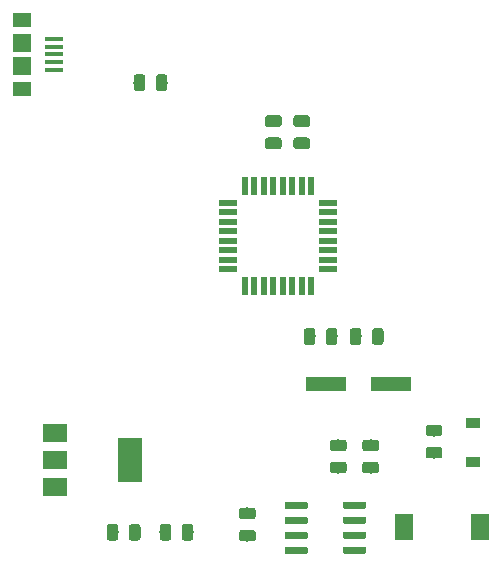
<source format=gbr>
G04 #@! TF.GenerationSoftware,KiCad,Pcbnew,(5.1.2-1)-1*
G04 #@! TF.CreationDate,2019-07-31T15:28:19-07:00*
G04 #@! TF.ProjectId,wavegenerator_v1,77617665-6765-46e6-9572-61746f725f76,rev?*
G04 #@! TF.SameCoordinates,Original*
G04 #@! TF.FileFunction,Paste,Top*
G04 #@! TF.FilePolarity,Positive*
%FSLAX46Y46*%
G04 Gerber Fmt 4.6, Leading zero omitted, Abs format (unit mm)*
G04 Created by KiCad (PCBNEW (5.1.2-1)-1) date 2019-07-31 15:28:19*
%MOMM*%
%LPD*%
G04 APERTURE LIST*
%ADD10R,3.500000X1.200000*%
%ADD11R,1.500000X2.200000*%
%ADD12R,1.200000X0.900000*%
%ADD13C,0.100000*%
%ADD14C,0.975000*%
%ADD15R,2.000000X1.500000*%
%ADD16R,2.000000X3.800000*%
%ADD17C,0.600000*%
%ADD18R,0.550000X1.600000*%
%ADD19R,1.600000X0.550000*%
%ADD20R,1.650000X1.500000*%
%ADD21R,1.650000X0.400000*%
%ADD22R,1.650000X1.200000*%
G04 APERTURE END LIST*
D10*
X72750000Y-84400000D03*
X78250000Y-84400000D03*
D11*
X85800800Y-96570800D03*
X79400800Y-96570800D03*
D12*
X85200000Y-87750000D03*
X85200000Y-91050000D03*
D13*
G36*
X74280142Y-89136174D02*
G01*
X74303803Y-89139684D01*
X74327007Y-89145496D01*
X74349529Y-89153554D01*
X74371153Y-89163782D01*
X74391670Y-89176079D01*
X74410883Y-89190329D01*
X74428607Y-89206393D01*
X74444671Y-89224117D01*
X74458921Y-89243330D01*
X74471218Y-89263847D01*
X74481446Y-89285471D01*
X74489504Y-89307993D01*
X74495316Y-89331197D01*
X74498826Y-89354858D01*
X74500000Y-89378750D01*
X74500000Y-89866250D01*
X74498826Y-89890142D01*
X74495316Y-89913803D01*
X74489504Y-89937007D01*
X74481446Y-89959529D01*
X74471218Y-89981153D01*
X74458921Y-90001670D01*
X74444671Y-90020883D01*
X74428607Y-90038607D01*
X74410883Y-90054671D01*
X74391670Y-90068921D01*
X74371153Y-90081218D01*
X74349529Y-90091446D01*
X74327007Y-90099504D01*
X74303803Y-90105316D01*
X74280142Y-90108826D01*
X74256250Y-90110000D01*
X73343750Y-90110000D01*
X73319858Y-90108826D01*
X73296197Y-90105316D01*
X73272993Y-90099504D01*
X73250471Y-90091446D01*
X73228847Y-90081218D01*
X73208330Y-90068921D01*
X73189117Y-90054671D01*
X73171393Y-90038607D01*
X73155329Y-90020883D01*
X73141079Y-90001670D01*
X73128782Y-89981153D01*
X73118554Y-89959529D01*
X73110496Y-89937007D01*
X73104684Y-89913803D01*
X73101174Y-89890142D01*
X73100000Y-89866250D01*
X73100000Y-89378750D01*
X73101174Y-89354858D01*
X73104684Y-89331197D01*
X73110496Y-89307993D01*
X73118554Y-89285471D01*
X73128782Y-89263847D01*
X73141079Y-89243330D01*
X73155329Y-89224117D01*
X73171393Y-89206393D01*
X73189117Y-89190329D01*
X73208330Y-89176079D01*
X73228847Y-89163782D01*
X73250471Y-89153554D01*
X73272993Y-89145496D01*
X73296197Y-89139684D01*
X73319858Y-89136174D01*
X73343750Y-89135000D01*
X74256250Y-89135000D01*
X74280142Y-89136174D01*
X74280142Y-89136174D01*
G37*
D14*
X73800000Y-89622500D03*
D13*
G36*
X74280142Y-91011174D02*
G01*
X74303803Y-91014684D01*
X74327007Y-91020496D01*
X74349529Y-91028554D01*
X74371153Y-91038782D01*
X74391670Y-91051079D01*
X74410883Y-91065329D01*
X74428607Y-91081393D01*
X74444671Y-91099117D01*
X74458921Y-91118330D01*
X74471218Y-91138847D01*
X74481446Y-91160471D01*
X74489504Y-91182993D01*
X74495316Y-91206197D01*
X74498826Y-91229858D01*
X74500000Y-91253750D01*
X74500000Y-91741250D01*
X74498826Y-91765142D01*
X74495316Y-91788803D01*
X74489504Y-91812007D01*
X74481446Y-91834529D01*
X74471218Y-91856153D01*
X74458921Y-91876670D01*
X74444671Y-91895883D01*
X74428607Y-91913607D01*
X74410883Y-91929671D01*
X74391670Y-91943921D01*
X74371153Y-91956218D01*
X74349529Y-91966446D01*
X74327007Y-91974504D01*
X74303803Y-91980316D01*
X74280142Y-91983826D01*
X74256250Y-91985000D01*
X73343750Y-91985000D01*
X73319858Y-91983826D01*
X73296197Y-91980316D01*
X73272993Y-91974504D01*
X73250471Y-91966446D01*
X73228847Y-91956218D01*
X73208330Y-91943921D01*
X73189117Y-91929671D01*
X73171393Y-91913607D01*
X73155329Y-91895883D01*
X73141079Y-91876670D01*
X73128782Y-91856153D01*
X73118554Y-91834529D01*
X73110496Y-91812007D01*
X73104684Y-91788803D01*
X73101174Y-91765142D01*
X73100000Y-91741250D01*
X73100000Y-91253750D01*
X73101174Y-91229858D01*
X73104684Y-91206197D01*
X73110496Y-91182993D01*
X73118554Y-91160471D01*
X73128782Y-91138847D01*
X73141079Y-91118330D01*
X73155329Y-91099117D01*
X73171393Y-91081393D01*
X73189117Y-91065329D01*
X73208330Y-91051079D01*
X73228847Y-91038782D01*
X73250471Y-91028554D01*
X73272993Y-91020496D01*
X73296197Y-91014684D01*
X73319858Y-91011174D01*
X73343750Y-91010000D01*
X74256250Y-91010000D01*
X74280142Y-91011174D01*
X74280142Y-91011174D01*
G37*
D14*
X73800000Y-91497500D03*
D13*
G36*
X77008542Y-89136174D02*
G01*
X77032203Y-89139684D01*
X77055407Y-89145496D01*
X77077929Y-89153554D01*
X77099553Y-89163782D01*
X77120070Y-89176079D01*
X77139283Y-89190329D01*
X77157007Y-89206393D01*
X77173071Y-89224117D01*
X77187321Y-89243330D01*
X77199618Y-89263847D01*
X77209846Y-89285471D01*
X77217904Y-89307993D01*
X77223716Y-89331197D01*
X77227226Y-89354858D01*
X77228400Y-89378750D01*
X77228400Y-89866250D01*
X77227226Y-89890142D01*
X77223716Y-89913803D01*
X77217904Y-89937007D01*
X77209846Y-89959529D01*
X77199618Y-89981153D01*
X77187321Y-90001670D01*
X77173071Y-90020883D01*
X77157007Y-90038607D01*
X77139283Y-90054671D01*
X77120070Y-90068921D01*
X77099553Y-90081218D01*
X77077929Y-90091446D01*
X77055407Y-90099504D01*
X77032203Y-90105316D01*
X77008542Y-90108826D01*
X76984650Y-90110000D01*
X76072150Y-90110000D01*
X76048258Y-90108826D01*
X76024597Y-90105316D01*
X76001393Y-90099504D01*
X75978871Y-90091446D01*
X75957247Y-90081218D01*
X75936730Y-90068921D01*
X75917517Y-90054671D01*
X75899793Y-90038607D01*
X75883729Y-90020883D01*
X75869479Y-90001670D01*
X75857182Y-89981153D01*
X75846954Y-89959529D01*
X75838896Y-89937007D01*
X75833084Y-89913803D01*
X75829574Y-89890142D01*
X75828400Y-89866250D01*
X75828400Y-89378750D01*
X75829574Y-89354858D01*
X75833084Y-89331197D01*
X75838896Y-89307993D01*
X75846954Y-89285471D01*
X75857182Y-89263847D01*
X75869479Y-89243330D01*
X75883729Y-89224117D01*
X75899793Y-89206393D01*
X75917517Y-89190329D01*
X75936730Y-89176079D01*
X75957247Y-89163782D01*
X75978871Y-89153554D01*
X76001393Y-89145496D01*
X76024597Y-89139684D01*
X76048258Y-89136174D01*
X76072150Y-89135000D01*
X76984650Y-89135000D01*
X77008542Y-89136174D01*
X77008542Y-89136174D01*
G37*
D14*
X76528400Y-89622500D03*
D13*
G36*
X77008542Y-91011174D02*
G01*
X77032203Y-91014684D01*
X77055407Y-91020496D01*
X77077929Y-91028554D01*
X77099553Y-91038782D01*
X77120070Y-91051079D01*
X77139283Y-91065329D01*
X77157007Y-91081393D01*
X77173071Y-91099117D01*
X77187321Y-91118330D01*
X77199618Y-91138847D01*
X77209846Y-91160471D01*
X77217904Y-91182993D01*
X77223716Y-91206197D01*
X77227226Y-91229858D01*
X77228400Y-91253750D01*
X77228400Y-91741250D01*
X77227226Y-91765142D01*
X77223716Y-91788803D01*
X77217904Y-91812007D01*
X77209846Y-91834529D01*
X77199618Y-91856153D01*
X77187321Y-91876670D01*
X77173071Y-91895883D01*
X77157007Y-91913607D01*
X77139283Y-91929671D01*
X77120070Y-91943921D01*
X77099553Y-91956218D01*
X77077929Y-91966446D01*
X77055407Y-91974504D01*
X77032203Y-91980316D01*
X77008542Y-91983826D01*
X76984650Y-91985000D01*
X76072150Y-91985000D01*
X76048258Y-91983826D01*
X76024597Y-91980316D01*
X76001393Y-91974504D01*
X75978871Y-91966446D01*
X75957247Y-91956218D01*
X75936730Y-91943921D01*
X75917517Y-91929671D01*
X75899793Y-91913607D01*
X75883729Y-91895883D01*
X75869479Y-91876670D01*
X75857182Y-91856153D01*
X75846954Y-91834529D01*
X75838896Y-91812007D01*
X75833084Y-91788803D01*
X75829574Y-91765142D01*
X75828400Y-91741250D01*
X75828400Y-91253750D01*
X75829574Y-91229858D01*
X75833084Y-91206197D01*
X75838896Y-91182993D01*
X75846954Y-91160471D01*
X75857182Y-91138847D01*
X75869479Y-91118330D01*
X75883729Y-91099117D01*
X75899793Y-91081393D01*
X75917517Y-91065329D01*
X75936730Y-91051079D01*
X75957247Y-91038782D01*
X75978871Y-91028554D01*
X76001393Y-91020496D01*
X76024597Y-91014684D01*
X76048258Y-91011174D01*
X76072150Y-91010000D01*
X76984650Y-91010000D01*
X77008542Y-91011174D01*
X77008542Y-91011174D01*
G37*
D14*
X76528400Y-91497500D03*
D13*
G36*
X59426542Y-96278374D02*
G01*
X59450203Y-96281884D01*
X59473407Y-96287696D01*
X59495929Y-96295754D01*
X59517553Y-96305982D01*
X59538070Y-96318279D01*
X59557283Y-96332529D01*
X59575007Y-96348593D01*
X59591071Y-96366317D01*
X59605321Y-96385530D01*
X59617618Y-96406047D01*
X59627846Y-96427671D01*
X59635904Y-96450193D01*
X59641716Y-96473397D01*
X59645226Y-96497058D01*
X59646400Y-96520950D01*
X59646400Y-97433450D01*
X59645226Y-97457342D01*
X59641716Y-97481003D01*
X59635904Y-97504207D01*
X59627846Y-97526729D01*
X59617618Y-97548353D01*
X59605321Y-97568870D01*
X59591071Y-97588083D01*
X59575007Y-97605807D01*
X59557283Y-97621871D01*
X59538070Y-97636121D01*
X59517553Y-97648418D01*
X59495929Y-97658646D01*
X59473407Y-97666704D01*
X59450203Y-97672516D01*
X59426542Y-97676026D01*
X59402650Y-97677200D01*
X58915150Y-97677200D01*
X58891258Y-97676026D01*
X58867597Y-97672516D01*
X58844393Y-97666704D01*
X58821871Y-97658646D01*
X58800247Y-97648418D01*
X58779730Y-97636121D01*
X58760517Y-97621871D01*
X58742793Y-97605807D01*
X58726729Y-97588083D01*
X58712479Y-97568870D01*
X58700182Y-97548353D01*
X58689954Y-97526729D01*
X58681896Y-97504207D01*
X58676084Y-97481003D01*
X58672574Y-97457342D01*
X58671400Y-97433450D01*
X58671400Y-96520950D01*
X58672574Y-96497058D01*
X58676084Y-96473397D01*
X58681896Y-96450193D01*
X58689954Y-96427671D01*
X58700182Y-96406047D01*
X58712479Y-96385530D01*
X58726729Y-96366317D01*
X58742793Y-96348593D01*
X58760517Y-96332529D01*
X58779730Y-96318279D01*
X58800247Y-96305982D01*
X58821871Y-96295754D01*
X58844393Y-96287696D01*
X58867597Y-96281884D01*
X58891258Y-96278374D01*
X58915150Y-96277200D01*
X59402650Y-96277200D01*
X59426542Y-96278374D01*
X59426542Y-96278374D01*
G37*
D14*
X59158900Y-96977200D03*
D13*
G36*
X61301542Y-96278374D02*
G01*
X61325203Y-96281884D01*
X61348407Y-96287696D01*
X61370929Y-96295754D01*
X61392553Y-96305982D01*
X61413070Y-96318279D01*
X61432283Y-96332529D01*
X61450007Y-96348593D01*
X61466071Y-96366317D01*
X61480321Y-96385530D01*
X61492618Y-96406047D01*
X61502846Y-96427671D01*
X61510904Y-96450193D01*
X61516716Y-96473397D01*
X61520226Y-96497058D01*
X61521400Y-96520950D01*
X61521400Y-97433450D01*
X61520226Y-97457342D01*
X61516716Y-97481003D01*
X61510904Y-97504207D01*
X61502846Y-97526729D01*
X61492618Y-97548353D01*
X61480321Y-97568870D01*
X61466071Y-97588083D01*
X61450007Y-97605807D01*
X61432283Y-97621871D01*
X61413070Y-97636121D01*
X61392553Y-97648418D01*
X61370929Y-97658646D01*
X61348407Y-97666704D01*
X61325203Y-97672516D01*
X61301542Y-97676026D01*
X61277650Y-97677200D01*
X60790150Y-97677200D01*
X60766258Y-97676026D01*
X60742597Y-97672516D01*
X60719393Y-97666704D01*
X60696871Y-97658646D01*
X60675247Y-97648418D01*
X60654730Y-97636121D01*
X60635517Y-97621871D01*
X60617793Y-97605807D01*
X60601729Y-97588083D01*
X60587479Y-97568870D01*
X60575182Y-97548353D01*
X60564954Y-97526729D01*
X60556896Y-97504207D01*
X60551084Y-97481003D01*
X60547574Y-97457342D01*
X60546400Y-97433450D01*
X60546400Y-96520950D01*
X60547574Y-96497058D01*
X60551084Y-96473397D01*
X60556896Y-96450193D01*
X60564954Y-96427671D01*
X60575182Y-96406047D01*
X60587479Y-96385530D01*
X60601729Y-96366317D01*
X60617793Y-96348593D01*
X60635517Y-96332529D01*
X60654730Y-96318279D01*
X60675247Y-96305982D01*
X60696871Y-96295754D01*
X60719393Y-96287696D01*
X60742597Y-96281884D01*
X60766258Y-96278374D01*
X60790150Y-96277200D01*
X61277650Y-96277200D01*
X61301542Y-96278374D01*
X61301542Y-96278374D01*
G37*
D14*
X61033900Y-96977200D03*
D13*
G36*
X56831142Y-96278374D02*
G01*
X56854803Y-96281884D01*
X56878007Y-96287696D01*
X56900529Y-96295754D01*
X56922153Y-96305982D01*
X56942670Y-96318279D01*
X56961883Y-96332529D01*
X56979607Y-96348593D01*
X56995671Y-96366317D01*
X57009921Y-96385530D01*
X57022218Y-96406047D01*
X57032446Y-96427671D01*
X57040504Y-96450193D01*
X57046316Y-96473397D01*
X57049826Y-96497058D01*
X57051000Y-96520950D01*
X57051000Y-97433450D01*
X57049826Y-97457342D01*
X57046316Y-97481003D01*
X57040504Y-97504207D01*
X57032446Y-97526729D01*
X57022218Y-97548353D01*
X57009921Y-97568870D01*
X56995671Y-97588083D01*
X56979607Y-97605807D01*
X56961883Y-97621871D01*
X56942670Y-97636121D01*
X56922153Y-97648418D01*
X56900529Y-97658646D01*
X56878007Y-97666704D01*
X56854803Y-97672516D01*
X56831142Y-97676026D01*
X56807250Y-97677200D01*
X56319750Y-97677200D01*
X56295858Y-97676026D01*
X56272197Y-97672516D01*
X56248993Y-97666704D01*
X56226471Y-97658646D01*
X56204847Y-97648418D01*
X56184330Y-97636121D01*
X56165117Y-97621871D01*
X56147393Y-97605807D01*
X56131329Y-97588083D01*
X56117079Y-97568870D01*
X56104782Y-97548353D01*
X56094554Y-97526729D01*
X56086496Y-97504207D01*
X56080684Y-97481003D01*
X56077174Y-97457342D01*
X56076000Y-97433450D01*
X56076000Y-96520950D01*
X56077174Y-96497058D01*
X56080684Y-96473397D01*
X56086496Y-96450193D01*
X56094554Y-96427671D01*
X56104782Y-96406047D01*
X56117079Y-96385530D01*
X56131329Y-96366317D01*
X56147393Y-96348593D01*
X56165117Y-96332529D01*
X56184330Y-96318279D01*
X56204847Y-96305982D01*
X56226471Y-96295754D01*
X56248993Y-96287696D01*
X56272197Y-96281884D01*
X56295858Y-96278374D01*
X56319750Y-96277200D01*
X56807250Y-96277200D01*
X56831142Y-96278374D01*
X56831142Y-96278374D01*
G37*
D14*
X56563500Y-96977200D03*
D13*
G36*
X54956142Y-96278374D02*
G01*
X54979803Y-96281884D01*
X55003007Y-96287696D01*
X55025529Y-96295754D01*
X55047153Y-96305982D01*
X55067670Y-96318279D01*
X55086883Y-96332529D01*
X55104607Y-96348593D01*
X55120671Y-96366317D01*
X55134921Y-96385530D01*
X55147218Y-96406047D01*
X55157446Y-96427671D01*
X55165504Y-96450193D01*
X55171316Y-96473397D01*
X55174826Y-96497058D01*
X55176000Y-96520950D01*
X55176000Y-97433450D01*
X55174826Y-97457342D01*
X55171316Y-97481003D01*
X55165504Y-97504207D01*
X55157446Y-97526729D01*
X55147218Y-97548353D01*
X55134921Y-97568870D01*
X55120671Y-97588083D01*
X55104607Y-97605807D01*
X55086883Y-97621871D01*
X55067670Y-97636121D01*
X55047153Y-97648418D01*
X55025529Y-97658646D01*
X55003007Y-97666704D01*
X54979803Y-97672516D01*
X54956142Y-97676026D01*
X54932250Y-97677200D01*
X54444750Y-97677200D01*
X54420858Y-97676026D01*
X54397197Y-97672516D01*
X54373993Y-97666704D01*
X54351471Y-97658646D01*
X54329847Y-97648418D01*
X54309330Y-97636121D01*
X54290117Y-97621871D01*
X54272393Y-97605807D01*
X54256329Y-97588083D01*
X54242079Y-97568870D01*
X54229782Y-97548353D01*
X54219554Y-97526729D01*
X54211496Y-97504207D01*
X54205684Y-97481003D01*
X54202174Y-97457342D01*
X54201000Y-97433450D01*
X54201000Y-96520950D01*
X54202174Y-96497058D01*
X54205684Y-96473397D01*
X54211496Y-96450193D01*
X54219554Y-96427671D01*
X54229782Y-96406047D01*
X54242079Y-96385530D01*
X54256329Y-96366317D01*
X54272393Y-96348593D01*
X54290117Y-96332529D01*
X54309330Y-96318279D01*
X54329847Y-96305982D01*
X54351471Y-96295754D01*
X54373993Y-96287696D01*
X54397197Y-96281884D01*
X54420858Y-96278374D01*
X54444750Y-96277200D01*
X54932250Y-96277200D01*
X54956142Y-96278374D01*
X54956142Y-96278374D01*
G37*
D14*
X54688500Y-96977200D03*
D13*
G36*
X68780142Y-61676174D02*
G01*
X68803803Y-61679684D01*
X68827007Y-61685496D01*
X68849529Y-61693554D01*
X68871153Y-61703782D01*
X68891670Y-61716079D01*
X68910883Y-61730329D01*
X68928607Y-61746393D01*
X68944671Y-61764117D01*
X68958921Y-61783330D01*
X68971218Y-61803847D01*
X68981446Y-61825471D01*
X68989504Y-61847993D01*
X68995316Y-61871197D01*
X68998826Y-61894858D01*
X69000000Y-61918750D01*
X69000000Y-62406250D01*
X68998826Y-62430142D01*
X68995316Y-62453803D01*
X68989504Y-62477007D01*
X68981446Y-62499529D01*
X68971218Y-62521153D01*
X68958921Y-62541670D01*
X68944671Y-62560883D01*
X68928607Y-62578607D01*
X68910883Y-62594671D01*
X68891670Y-62608921D01*
X68871153Y-62621218D01*
X68849529Y-62631446D01*
X68827007Y-62639504D01*
X68803803Y-62645316D01*
X68780142Y-62648826D01*
X68756250Y-62650000D01*
X67843750Y-62650000D01*
X67819858Y-62648826D01*
X67796197Y-62645316D01*
X67772993Y-62639504D01*
X67750471Y-62631446D01*
X67728847Y-62621218D01*
X67708330Y-62608921D01*
X67689117Y-62594671D01*
X67671393Y-62578607D01*
X67655329Y-62560883D01*
X67641079Y-62541670D01*
X67628782Y-62521153D01*
X67618554Y-62499529D01*
X67610496Y-62477007D01*
X67604684Y-62453803D01*
X67601174Y-62430142D01*
X67600000Y-62406250D01*
X67600000Y-61918750D01*
X67601174Y-61894858D01*
X67604684Y-61871197D01*
X67610496Y-61847993D01*
X67618554Y-61825471D01*
X67628782Y-61803847D01*
X67641079Y-61783330D01*
X67655329Y-61764117D01*
X67671393Y-61746393D01*
X67689117Y-61730329D01*
X67708330Y-61716079D01*
X67728847Y-61703782D01*
X67750471Y-61693554D01*
X67772993Y-61685496D01*
X67796197Y-61679684D01*
X67819858Y-61676174D01*
X67843750Y-61675000D01*
X68756250Y-61675000D01*
X68780142Y-61676174D01*
X68780142Y-61676174D01*
G37*
D14*
X68300000Y-62162500D03*
D13*
G36*
X68780142Y-63551174D02*
G01*
X68803803Y-63554684D01*
X68827007Y-63560496D01*
X68849529Y-63568554D01*
X68871153Y-63578782D01*
X68891670Y-63591079D01*
X68910883Y-63605329D01*
X68928607Y-63621393D01*
X68944671Y-63639117D01*
X68958921Y-63658330D01*
X68971218Y-63678847D01*
X68981446Y-63700471D01*
X68989504Y-63722993D01*
X68995316Y-63746197D01*
X68998826Y-63769858D01*
X69000000Y-63793750D01*
X69000000Y-64281250D01*
X68998826Y-64305142D01*
X68995316Y-64328803D01*
X68989504Y-64352007D01*
X68981446Y-64374529D01*
X68971218Y-64396153D01*
X68958921Y-64416670D01*
X68944671Y-64435883D01*
X68928607Y-64453607D01*
X68910883Y-64469671D01*
X68891670Y-64483921D01*
X68871153Y-64496218D01*
X68849529Y-64506446D01*
X68827007Y-64514504D01*
X68803803Y-64520316D01*
X68780142Y-64523826D01*
X68756250Y-64525000D01*
X67843750Y-64525000D01*
X67819858Y-64523826D01*
X67796197Y-64520316D01*
X67772993Y-64514504D01*
X67750471Y-64506446D01*
X67728847Y-64496218D01*
X67708330Y-64483921D01*
X67689117Y-64469671D01*
X67671393Y-64453607D01*
X67655329Y-64435883D01*
X67641079Y-64416670D01*
X67628782Y-64396153D01*
X67618554Y-64374529D01*
X67610496Y-64352007D01*
X67604684Y-64328803D01*
X67601174Y-64305142D01*
X67600000Y-64281250D01*
X67600000Y-63793750D01*
X67601174Y-63769858D01*
X67604684Y-63746197D01*
X67610496Y-63722993D01*
X67618554Y-63700471D01*
X67628782Y-63678847D01*
X67641079Y-63658330D01*
X67655329Y-63639117D01*
X67671393Y-63621393D01*
X67689117Y-63605329D01*
X67708330Y-63591079D01*
X67728847Y-63578782D01*
X67750471Y-63568554D01*
X67772993Y-63560496D01*
X67796197Y-63554684D01*
X67819858Y-63551174D01*
X67843750Y-63550000D01*
X68756250Y-63550000D01*
X68780142Y-63551174D01*
X68780142Y-63551174D01*
G37*
D14*
X68300000Y-64037500D03*
D13*
G36*
X66585342Y-94896974D02*
G01*
X66609003Y-94900484D01*
X66632207Y-94906296D01*
X66654729Y-94914354D01*
X66676353Y-94924582D01*
X66696870Y-94936879D01*
X66716083Y-94951129D01*
X66733807Y-94967193D01*
X66749871Y-94984917D01*
X66764121Y-95004130D01*
X66776418Y-95024647D01*
X66786646Y-95046271D01*
X66794704Y-95068793D01*
X66800516Y-95091997D01*
X66804026Y-95115658D01*
X66805200Y-95139550D01*
X66805200Y-95627050D01*
X66804026Y-95650942D01*
X66800516Y-95674603D01*
X66794704Y-95697807D01*
X66786646Y-95720329D01*
X66776418Y-95741953D01*
X66764121Y-95762470D01*
X66749871Y-95781683D01*
X66733807Y-95799407D01*
X66716083Y-95815471D01*
X66696870Y-95829721D01*
X66676353Y-95842018D01*
X66654729Y-95852246D01*
X66632207Y-95860304D01*
X66609003Y-95866116D01*
X66585342Y-95869626D01*
X66561450Y-95870800D01*
X65648950Y-95870800D01*
X65625058Y-95869626D01*
X65601397Y-95866116D01*
X65578193Y-95860304D01*
X65555671Y-95852246D01*
X65534047Y-95842018D01*
X65513530Y-95829721D01*
X65494317Y-95815471D01*
X65476593Y-95799407D01*
X65460529Y-95781683D01*
X65446279Y-95762470D01*
X65433982Y-95741953D01*
X65423754Y-95720329D01*
X65415696Y-95697807D01*
X65409884Y-95674603D01*
X65406374Y-95650942D01*
X65405200Y-95627050D01*
X65405200Y-95139550D01*
X65406374Y-95115658D01*
X65409884Y-95091997D01*
X65415696Y-95068793D01*
X65423754Y-95046271D01*
X65433982Y-95024647D01*
X65446279Y-95004130D01*
X65460529Y-94984917D01*
X65476593Y-94967193D01*
X65494317Y-94951129D01*
X65513530Y-94936879D01*
X65534047Y-94924582D01*
X65555671Y-94914354D01*
X65578193Y-94906296D01*
X65601397Y-94900484D01*
X65625058Y-94896974D01*
X65648950Y-94895800D01*
X66561450Y-94895800D01*
X66585342Y-94896974D01*
X66585342Y-94896974D01*
G37*
D14*
X66105200Y-95383300D03*
D13*
G36*
X66585342Y-96771974D02*
G01*
X66609003Y-96775484D01*
X66632207Y-96781296D01*
X66654729Y-96789354D01*
X66676353Y-96799582D01*
X66696870Y-96811879D01*
X66716083Y-96826129D01*
X66733807Y-96842193D01*
X66749871Y-96859917D01*
X66764121Y-96879130D01*
X66776418Y-96899647D01*
X66786646Y-96921271D01*
X66794704Y-96943793D01*
X66800516Y-96966997D01*
X66804026Y-96990658D01*
X66805200Y-97014550D01*
X66805200Y-97502050D01*
X66804026Y-97525942D01*
X66800516Y-97549603D01*
X66794704Y-97572807D01*
X66786646Y-97595329D01*
X66776418Y-97616953D01*
X66764121Y-97637470D01*
X66749871Y-97656683D01*
X66733807Y-97674407D01*
X66716083Y-97690471D01*
X66696870Y-97704721D01*
X66676353Y-97717018D01*
X66654729Y-97727246D01*
X66632207Y-97735304D01*
X66609003Y-97741116D01*
X66585342Y-97744626D01*
X66561450Y-97745800D01*
X65648950Y-97745800D01*
X65625058Y-97744626D01*
X65601397Y-97741116D01*
X65578193Y-97735304D01*
X65555671Y-97727246D01*
X65534047Y-97717018D01*
X65513530Y-97704721D01*
X65494317Y-97690471D01*
X65476593Y-97674407D01*
X65460529Y-97656683D01*
X65446279Y-97637470D01*
X65433982Y-97616953D01*
X65423754Y-97595329D01*
X65415696Y-97572807D01*
X65409884Y-97549603D01*
X65406374Y-97525942D01*
X65405200Y-97502050D01*
X65405200Y-97014550D01*
X65406374Y-96990658D01*
X65409884Y-96966997D01*
X65415696Y-96943793D01*
X65423754Y-96921271D01*
X65433982Y-96899647D01*
X65446279Y-96879130D01*
X65460529Y-96859917D01*
X65476593Y-96842193D01*
X65494317Y-96826129D01*
X65513530Y-96811879D01*
X65534047Y-96799582D01*
X65555671Y-96789354D01*
X65578193Y-96781296D01*
X65601397Y-96775484D01*
X65625058Y-96771974D01*
X65648950Y-96770800D01*
X66561450Y-96770800D01*
X66585342Y-96771974D01*
X66585342Y-96771974D01*
G37*
D14*
X66105200Y-97258300D03*
D13*
G36*
X57230142Y-58201174D02*
G01*
X57253803Y-58204684D01*
X57277007Y-58210496D01*
X57299529Y-58218554D01*
X57321153Y-58228782D01*
X57341670Y-58241079D01*
X57360883Y-58255329D01*
X57378607Y-58271393D01*
X57394671Y-58289117D01*
X57408921Y-58308330D01*
X57421218Y-58328847D01*
X57431446Y-58350471D01*
X57439504Y-58372993D01*
X57445316Y-58396197D01*
X57448826Y-58419858D01*
X57450000Y-58443750D01*
X57450000Y-59356250D01*
X57448826Y-59380142D01*
X57445316Y-59403803D01*
X57439504Y-59427007D01*
X57431446Y-59449529D01*
X57421218Y-59471153D01*
X57408921Y-59491670D01*
X57394671Y-59510883D01*
X57378607Y-59528607D01*
X57360883Y-59544671D01*
X57341670Y-59558921D01*
X57321153Y-59571218D01*
X57299529Y-59581446D01*
X57277007Y-59589504D01*
X57253803Y-59595316D01*
X57230142Y-59598826D01*
X57206250Y-59600000D01*
X56718750Y-59600000D01*
X56694858Y-59598826D01*
X56671197Y-59595316D01*
X56647993Y-59589504D01*
X56625471Y-59581446D01*
X56603847Y-59571218D01*
X56583330Y-59558921D01*
X56564117Y-59544671D01*
X56546393Y-59528607D01*
X56530329Y-59510883D01*
X56516079Y-59491670D01*
X56503782Y-59471153D01*
X56493554Y-59449529D01*
X56485496Y-59427007D01*
X56479684Y-59403803D01*
X56476174Y-59380142D01*
X56475000Y-59356250D01*
X56475000Y-58443750D01*
X56476174Y-58419858D01*
X56479684Y-58396197D01*
X56485496Y-58372993D01*
X56493554Y-58350471D01*
X56503782Y-58328847D01*
X56516079Y-58308330D01*
X56530329Y-58289117D01*
X56546393Y-58271393D01*
X56564117Y-58255329D01*
X56583330Y-58241079D01*
X56603847Y-58228782D01*
X56625471Y-58218554D01*
X56647993Y-58210496D01*
X56671197Y-58204684D01*
X56694858Y-58201174D01*
X56718750Y-58200000D01*
X57206250Y-58200000D01*
X57230142Y-58201174D01*
X57230142Y-58201174D01*
G37*
D14*
X56962500Y-58900000D03*
D13*
G36*
X59105142Y-58201174D02*
G01*
X59128803Y-58204684D01*
X59152007Y-58210496D01*
X59174529Y-58218554D01*
X59196153Y-58228782D01*
X59216670Y-58241079D01*
X59235883Y-58255329D01*
X59253607Y-58271393D01*
X59269671Y-58289117D01*
X59283921Y-58308330D01*
X59296218Y-58328847D01*
X59306446Y-58350471D01*
X59314504Y-58372993D01*
X59320316Y-58396197D01*
X59323826Y-58419858D01*
X59325000Y-58443750D01*
X59325000Y-59356250D01*
X59323826Y-59380142D01*
X59320316Y-59403803D01*
X59314504Y-59427007D01*
X59306446Y-59449529D01*
X59296218Y-59471153D01*
X59283921Y-59491670D01*
X59269671Y-59510883D01*
X59253607Y-59528607D01*
X59235883Y-59544671D01*
X59216670Y-59558921D01*
X59196153Y-59571218D01*
X59174529Y-59581446D01*
X59152007Y-59589504D01*
X59128803Y-59595316D01*
X59105142Y-59598826D01*
X59081250Y-59600000D01*
X58593750Y-59600000D01*
X58569858Y-59598826D01*
X58546197Y-59595316D01*
X58522993Y-59589504D01*
X58500471Y-59581446D01*
X58478847Y-59571218D01*
X58458330Y-59558921D01*
X58439117Y-59544671D01*
X58421393Y-59528607D01*
X58405329Y-59510883D01*
X58391079Y-59491670D01*
X58378782Y-59471153D01*
X58368554Y-59449529D01*
X58360496Y-59427007D01*
X58354684Y-59403803D01*
X58351174Y-59380142D01*
X58350000Y-59356250D01*
X58350000Y-58443750D01*
X58351174Y-58419858D01*
X58354684Y-58396197D01*
X58360496Y-58372993D01*
X58368554Y-58350471D01*
X58378782Y-58328847D01*
X58391079Y-58308330D01*
X58405329Y-58289117D01*
X58421393Y-58271393D01*
X58439117Y-58255329D01*
X58458330Y-58241079D01*
X58478847Y-58228782D01*
X58500471Y-58218554D01*
X58522993Y-58210496D01*
X58546197Y-58204684D01*
X58569858Y-58201174D01*
X58593750Y-58200000D01*
X59081250Y-58200000D01*
X59105142Y-58201174D01*
X59105142Y-58201174D01*
G37*
D14*
X58837500Y-58900000D03*
D13*
G36*
X82380142Y-87876174D02*
G01*
X82403803Y-87879684D01*
X82427007Y-87885496D01*
X82449529Y-87893554D01*
X82471153Y-87903782D01*
X82491670Y-87916079D01*
X82510883Y-87930329D01*
X82528607Y-87946393D01*
X82544671Y-87964117D01*
X82558921Y-87983330D01*
X82571218Y-88003847D01*
X82581446Y-88025471D01*
X82589504Y-88047993D01*
X82595316Y-88071197D01*
X82598826Y-88094858D01*
X82600000Y-88118750D01*
X82600000Y-88606250D01*
X82598826Y-88630142D01*
X82595316Y-88653803D01*
X82589504Y-88677007D01*
X82581446Y-88699529D01*
X82571218Y-88721153D01*
X82558921Y-88741670D01*
X82544671Y-88760883D01*
X82528607Y-88778607D01*
X82510883Y-88794671D01*
X82491670Y-88808921D01*
X82471153Y-88821218D01*
X82449529Y-88831446D01*
X82427007Y-88839504D01*
X82403803Y-88845316D01*
X82380142Y-88848826D01*
X82356250Y-88850000D01*
X81443750Y-88850000D01*
X81419858Y-88848826D01*
X81396197Y-88845316D01*
X81372993Y-88839504D01*
X81350471Y-88831446D01*
X81328847Y-88821218D01*
X81308330Y-88808921D01*
X81289117Y-88794671D01*
X81271393Y-88778607D01*
X81255329Y-88760883D01*
X81241079Y-88741670D01*
X81228782Y-88721153D01*
X81218554Y-88699529D01*
X81210496Y-88677007D01*
X81204684Y-88653803D01*
X81201174Y-88630142D01*
X81200000Y-88606250D01*
X81200000Y-88118750D01*
X81201174Y-88094858D01*
X81204684Y-88071197D01*
X81210496Y-88047993D01*
X81218554Y-88025471D01*
X81228782Y-88003847D01*
X81241079Y-87983330D01*
X81255329Y-87964117D01*
X81271393Y-87946393D01*
X81289117Y-87930329D01*
X81308330Y-87916079D01*
X81328847Y-87903782D01*
X81350471Y-87893554D01*
X81372993Y-87885496D01*
X81396197Y-87879684D01*
X81419858Y-87876174D01*
X81443750Y-87875000D01*
X82356250Y-87875000D01*
X82380142Y-87876174D01*
X82380142Y-87876174D01*
G37*
D14*
X81900000Y-88362500D03*
D13*
G36*
X82380142Y-89751174D02*
G01*
X82403803Y-89754684D01*
X82427007Y-89760496D01*
X82449529Y-89768554D01*
X82471153Y-89778782D01*
X82491670Y-89791079D01*
X82510883Y-89805329D01*
X82528607Y-89821393D01*
X82544671Y-89839117D01*
X82558921Y-89858330D01*
X82571218Y-89878847D01*
X82581446Y-89900471D01*
X82589504Y-89922993D01*
X82595316Y-89946197D01*
X82598826Y-89969858D01*
X82600000Y-89993750D01*
X82600000Y-90481250D01*
X82598826Y-90505142D01*
X82595316Y-90528803D01*
X82589504Y-90552007D01*
X82581446Y-90574529D01*
X82571218Y-90596153D01*
X82558921Y-90616670D01*
X82544671Y-90635883D01*
X82528607Y-90653607D01*
X82510883Y-90669671D01*
X82491670Y-90683921D01*
X82471153Y-90696218D01*
X82449529Y-90706446D01*
X82427007Y-90714504D01*
X82403803Y-90720316D01*
X82380142Y-90723826D01*
X82356250Y-90725000D01*
X81443750Y-90725000D01*
X81419858Y-90723826D01*
X81396197Y-90720316D01*
X81372993Y-90714504D01*
X81350471Y-90706446D01*
X81328847Y-90696218D01*
X81308330Y-90683921D01*
X81289117Y-90669671D01*
X81271393Y-90653607D01*
X81255329Y-90635883D01*
X81241079Y-90616670D01*
X81228782Y-90596153D01*
X81218554Y-90574529D01*
X81210496Y-90552007D01*
X81204684Y-90528803D01*
X81201174Y-90505142D01*
X81200000Y-90481250D01*
X81200000Y-89993750D01*
X81201174Y-89969858D01*
X81204684Y-89946197D01*
X81210496Y-89922993D01*
X81218554Y-89900471D01*
X81228782Y-89878847D01*
X81241079Y-89858330D01*
X81255329Y-89839117D01*
X81271393Y-89821393D01*
X81289117Y-89805329D01*
X81308330Y-89791079D01*
X81328847Y-89778782D01*
X81350471Y-89768554D01*
X81372993Y-89760496D01*
X81396197Y-89754684D01*
X81419858Y-89751174D01*
X81443750Y-89750000D01*
X82356250Y-89750000D01*
X82380142Y-89751174D01*
X82380142Y-89751174D01*
G37*
D14*
X81900000Y-90237500D03*
D13*
G36*
X77405142Y-79701174D02*
G01*
X77428803Y-79704684D01*
X77452007Y-79710496D01*
X77474529Y-79718554D01*
X77496153Y-79728782D01*
X77516670Y-79741079D01*
X77535883Y-79755329D01*
X77553607Y-79771393D01*
X77569671Y-79789117D01*
X77583921Y-79808330D01*
X77596218Y-79828847D01*
X77606446Y-79850471D01*
X77614504Y-79872993D01*
X77620316Y-79896197D01*
X77623826Y-79919858D01*
X77625000Y-79943750D01*
X77625000Y-80856250D01*
X77623826Y-80880142D01*
X77620316Y-80903803D01*
X77614504Y-80927007D01*
X77606446Y-80949529D01*
X77596218Y-80971153D01*
X77583921Y-80991670D01*
X77569671Y-81010883D01*
X77553607Y-81028607D01*
X77535883Y-81044671D01*
X77516670Y-81058921D01*
X77496153Y-81071218D01*
X77474529Y-81081446D01*
X77452007Y-81089504D01*
X77428803Y-81095316D01*
X77405142Y-81098826D01*
X77381250Y-81100000D01*
X76893750Y-81100000D01*
X76869858Y-81098826D01*
X76846197Y-81095316D01*
X76822993Y-81089504D01*
X76800471Y-81081446D01*
X76778847Y-81071218D01*
X76758330Y-81058921D01*
X76739117Y-81044671D01*
X76721393Y-81028607D01*
X76705329Y-81010883D01*
X76691079Y-80991670D01*
X76678782Y-80971153D01*
X76668554Y-80949529D01*
X76660496Y-80927007D01*
X76654684Y-80903803D01*
X76651174Y-80880142D01*
X76650000Y-80856250D01*
X76650000Y-79943750D01*
X76651174Y-79919858D01*
X76654684Y-79896197D01*
X76660496Y-79872993D01*
X76668554Y-79850471D01*
X76678782Y-79828847D01*
X76691079Y-79808330D01*
X76705329Y-79789117D01*
X76721393Y-79771393D01*
X76739117Y-79755329D01*
X76758330Y-79741079D01*
X76778847Y-79728782D01*
X76800471Y-79718554D01*
X76822993Y-79710496D01*
X76846197Y-79704684D01*
X76869858Y-79701174D01*
X76893750Y-79700000D01*
X77381250Y-79700000D01*
X77405142Y-79701174D01*
X77405142Y-79701174D01*
G37*
D14*
X77137500Y-80400000D03*
D13*
G36*
X75530142Y-79701174D02*
G01*
X75553803Y-79704684D01*
X75577007Y-79710496D01*
X75599529Y-79718554D01*
X75621153Y-79728782D01*
X75641670Y-79741079D01*
X75660883Y-79755329D01*
X75678607Y-79771393D01*
X75694671Y-79789117D01*
X75708921Y-79808330D01*
X75721218Y-79828847D01*
X75731446Y-79850471D01*
X75739504Y-79872993D01*
X75745316Y-79896197D01*
X75748826Y-79919858D01*
X75750000Y-79943750D01*
X75750000Y-80856250D01*
X75748826Y-80880142D01*
X75745316Y-80903803D01*
X75739504Y-80927007D01*
X75731446Y-80949529D01*
X75721218Y-80971153D01*
X75708921Y-80991670D01*
X75694671Y-81010883D01*
X75678607Y-81028607D01*
X75660883Y-81044671D01*
X75641670Y-81058921D01*
X75621153Y-81071218D01*
X75599529Y-81081446D01*
X75577007Y-81089504D01*
X75553803Y-81095316D01*
X75530142Y-81098826D01*
X75506250Y-81100000D01*
X75018750Y-81100000D01*
X74994858Y-81098826D01*
X74971197Y-81095316D01*
X74947993Y-81089504D01*
X74925471Y-81081446D01*
X74903847Y-81071218D01*
X74883330Y-81058921D01*
X74864117Y-81044671D01*
X74846393Y-81028607D01*
X74830329Y-81010883D01*
X74816079Y-80991670D01*
X74803782Y-80971153D01*
X74793554Y-80949529D01*
X74785496Y-80927007D01*
X74779684Y-80903803D01*
X74776174Y-80880142D01*
X74775000Y-80856250D01*
X74775000Y-79943750D01*
X74776174Y-79919858D01*
X74779684Y-79896197D01*
X74785496Y-79872993D01*
X74793554Y-79850471D01*
X74803782Y-79828847D01*
X74816079Y-79808330D01*
X74830329Y-79789117D01*
X74846393Y-79771393D01*
X74864117Y-79755329D01*
X74883330Y-79741079D01*
X74903847Y-79728782D01*
X74925471Y-79718554D01*
X74947993Y-79710496D01*
X74971197Y-79704684D01*
X74994858Y-79701174D01*
X75018750Y-79700000D01*
X75506250Y-79700000D01*
X75530142Y-79701174D01*
X75530142Y-79701174D01*
G37*
D14*
X75262500Y-80400000D03*
D13*
G36*
X73505142Y-79701174D02*
G01*
X73528803Y-79704684D01*
X73552007Y-79710496D01*
X73574529Y-79718554D01*
X73596153Y-79728782D01*
X73616670Y-79741079D01*
X73635883Y-79755329D01*
X73653607Y-79771393D01*
X73669671Y-79789117D01*
X73683921Y-79808330D01*
X73696218Y-79828847D01*
X73706446Y-79850471D01*
X73714504Y-79872993D01*
X73720316Y-79896197D01*
X73723826Y-79919858D01*
X73725000Y-79943750D01*
X73725000Y-80856250D01*
X73723826Y-80880142D01*
X73720316Y-80903803D01*
X73714504Y-80927007D01*
X73706446Y-80949529D01*
X73696218Y-80971153D01*
X73683921Y-80991670D01*
X73669671Y-81010883D01*
X73653607Y-81028607D01*
X73635883Y-81044671D01*
X73616670Y-81058921D01*
X73596153Y-81071218D01*
X73574529Y-81081446D01*
X73552007Y-81089504D01*
X73528803Y-81095316D01*
X73505142Y-81098826D01*
X73481250Y-81100000D01*
X72993750Y-81100000D01*
X72969858Y-81098826D01*
X72946197Y-81095316D01*
X72922993Y-81089504D01*
X72900471Y-81081446D01*
X72878847Y-81071218D01*
X72858330Y-81058921D01*
X72839117Y-81044671D01*
X72821393Y-81028607D01*
X72805329Y-81010883D01*
X72791079Y-80991670D01*
X72778782Y-80971153D01*
X72768554Y-80949529D01*
X72760496Y-80927007D01*
X72754684Y-80903803D01*
X72751174Y-80880142D01*
X72750000Y-80856250D01*
X72750000Y-79943750D01*
X72751174Y-79919858D01*
X72754684Y-79896197D01*
X72760496Y-79872993D01*
X72768554Y-79850471D01*
X72778782Y-79828847D01*
X72791079Y-79808330D01*
X72805329Y-79789117D01*
X72821393Y-79771393D01*
X72839117Y-79755329D01*
X72858330Y-79741079D01*
X72878847Y-79728782D01*
X72900471Y-79718554D01*
X72922993Y-79710496D01*
X72946197Y-79704684D01*
X72969858Y-79701174D01*
X72993750Y-79700000D01*
X73481250Y-79700000D01*
X73505142Y-79701174D01*
X73505142Y-79701174D01*
G37*
D14*
X73237500Y-80400000D03*
D13*
G36*
X71630142Y-79701174D02*
G01*
X71653803Y-79704684D01*
X71677007Y-79710496D01*
X71699529Y-79718554D01*
X71721153Y-79728782D01*
X71741670Y-79741079D01*
X71760883Y-79755329D01*
X71778607Y-79771393D01*
X71794671Y-79789117D01*
X71808921Y-79808330D01*
X71821218Y-79828847D01*
X71831446Y-79850471D01*
X71839504Y-79872993D01*
X71845316Y-79896197D01*
X71848826Y-79919858D01*
X71850000Y-79943750D01*
X71850000Y-80856250D01*
X71848826Y-80880142D01*
X71845316Y-80903803D01*
X71839504Y-80927007D01*
X71831446Y-80949529D01*
X71821218Y-80971153D01*
X71808921Y-80991670D01*
X71794671Y-81010883D01*
X71778607Y-81028607D01*
X71760883Y-81044671D01*
X71741670Y-81058921D01*
X71721153Y-81071218D01*
X71699529Y-81081446D01*
X71677007Y-81089504D01*
X71653803Y-81095316D01*
X71630142Y-81098826D01*
X71606250Y-81100000D01*
X71118750Y-81100000D01*
X71094858Y-81098826D01*
X71071197Y-81095316D01*
X71047993Y-81089504D01*
X71025471Y-81081446D01*
X71003847Y-81071218D01*
X70983330Y-81058921D01*
X70964117Y-81044671D01*
X70946393Y-81028607D01*
X70930329Y-81010883D01*
X70916079Y-80991670D01*
X70903782Y-80971153D01*
X70893554Y-80949529D01*
X70885496Y-80927007D01*
X70879684Y-80903803D01*
X70876174Y-80880142D01*
X70875000Y-80856250D01*
X70875000Y-79943750D01*
X70876174Y-79919858D01*
X70879684Y-79896197D01*
X70885496Y-79872993D01*
X70893554Y-79850471D01*
X70903782Y-79828847D01*
X70916079Y-79808330D01*
X70930329Y-79789117D01*
X70946393Y-79771393D01*
X70964117Y-79755329D01*
X70983330Y-79741079D01*
X71003847Y-79728782D01*
X71025471Y-79718554D01*
X71047993Y-79710496D01*
X71071197Y-79704684D01*
X71094858Y-79701174D01*
X71118750Y-79700000D01*
X71606250Y-79700000D01*
X71630142Y-79701174D01*
X71630142Y-79701174D01*
G37*
D14*
X71362500Y-80400000D03*
D13*
G36*
X71180142Y-63551174D02*
G01*
X71203803Y-63554684D01*
X71227007Y-63560496D01*
X71249529Y-63568554D01*
X71271153Y-63578782D01*
X71291670Y-63591079D01*
X71310883Y-63605329D01*
X71328607Y-63621393D01*
X71344671Y-63639117D01*
X71358921Y-63658330D01*
X71371218Y-63678847D01*
X71381446Y-63700471D01*
X71389504Y-63722993D01*
X71395316Y-63746197D01*
X71398826Y-63769858D01*
X71400000Y-63793750D01*
X71400000Y-64281250D01*
X71398826Y-64305142D01*
X71395316Y-64328803D01*
X71389504Y-64352007D01*
X71381446Y-64374529D01*
X71371218Y-64396153D01*
X71358921Y-64416670D01*
X71344671Y-64435883D01*
X71328607Y-64453607D01*
X71310883Y-64469671D01*
X71291670Y-64483921D01*
X71271153Y-64496218D01*
X71249529Y-64506446D01*
X71227007Y-64514504D01*
X71203803Y-64520316D01*
X71180142Y-64523826D01*
X71156250Y-64525000D01*
X70243750Y-64525000D01*
X70219858Y-64523826D01*
X70196197Y-64520316D01*
X70172993Y-64514504D01*
X70150471Y-64506446D01*
X70128847Y-64496218D01*
X70108330Y-64483921D01*
X70089117Y-64469671D01*
X70071393Y-64453607D01*
X70055329Y-64435883D01*
X70041079Y-64416670D01*
X70028782Y-64396153D01*
X70018554Y-64374529D01*
X70010496Y-64352007D01*
X70004684Y-64328803D01*
X70001174Y-64305142D01*
X70000000Y-64281250D01*
X70000000Y-63793750D01*
X70001174Y-63769858D01*
X70004684Y-63746197D01*
X70010496Y-63722993D01*
X70018554Y-63700471D01*
X70028782Y-63678847D01*
X70041079Y-63658330D01*
X70055329Y-63639117D01*
X70071393Y-63621393D01*
X70089117Y-63605329D01*
X70108330Y-63591079D01*
X70128847Y-63578782D01*
X70150471Y-63568554D01*
X70172993Y-63560496D01*
X70196197Y-63554684D01*
X70219858Y-63551174D01*
X70243750Y-63550000D01*
X71156250Y-63550000D01*
X71180142Y-63551174D01*
X71180142Y-63551174D01*
G37*
D14*
X70700000Y-64037500D03*
D13*
G36*
X71180142Y-61676174D02*
G01*
X71203803Y-61679684D01*
X71227007Y-61685496D01*
X71249529Y-61693554D01*
X71271153Y-61703782D01*
X71291670Y-61716079D01*
X71310883Y-61730329D01*
X71328607Y-61746393D01*
X71344671Y-61764117D01*
X71358921Y-61783330D01*
X71371218Y-61803847D01*
X71381446Y-61825471D01*
X71389504Y-61847993D01*
X71395316Y-61871197D01*
X71398826Y-61894858D01*
X71400000Y-61918750D01*
X71400000Y-62406250D01*
X71398826Y-62430142D01*
X71395316Y-62453803D01*
X71389504Y-62477007D01*
X71381446Y-62499529D01*
X71371218Y-62521153D01*
X71358921Y-62541670D01*
X71344671Y-62560883D01*
X71328607Y-62578607D01*
X71310883Y-62594671D01*
X71291670Y-62608921D01*
X71271153Y-62621218D01*
X71249529Y-62631446D01*
X71227007Y-62639504D01*
X71203803Y-62645316D01*
X71180142Y-62648826D01*
X71156250Y-62650000D01*
X70243750Y-62650000D01*
X70219858Y-62648826D01*
X70196197Y-62645316D01*
X70172993Y-62639504D01*
X70150471Y-62631446D01*
X70128847Y-62621218D01*
X70108330Y-62608921D01*
X70089117Y-62594671D01*
X70071393Y-62578607D01*
X70055329Y-62560883D01*
X70041079Y-62541670D01*
X70028782Y-62521153D01*
X70018554Y-62499529D01*
X70010496Y-62477007D01*
X70004684Y-62453803D01*
X70001174Y-62430142D01*
X70000000Y-62406250D01*
X70000000Y-61918750D01*
X70001174Y-61894858D01*
X70004684Y-61871197D01*
X70010496Y-61847993D01*
X70018554Y-61825471D01*
X70028782Y-61803847D01*
X70041079Y-61783330D01*
X70055329Y-61764117D01*
X70071393Y-61746393D01*
X70089117Y-61730329D01*
X70108330Y-61716079D01*
X70128847Y-61703782D01*
X70150471Y-61693554D01*
X70172993Y-61685496D01*
X70196197Y-61679684D01*
X70219858Y-61676174D01*
X70243750Y-61675000D01*
X71156250Y-61675000D01*
X71180142Y-61676174D01*
X71180142Y-61676174D01*
G37*
D14*
X70700000Y-62162500D03*
D15*
X49834400Y-88581200D03*
X49834400Y-93181200D03*
X49834400Y-90881200D03*
D16*
X56134400Y-90881200D03*
D13*
G36*
X76014703Y-98205722D02*
G01*
X76029264Y-98207882D01*
X76043543Y-98211459D01*
X76057403Y-98216418D01*
X76070710Y-98222712D01*
X76083336Y-98230280D01*
X76095159Y-98239048D01*
X76106066Y-98248934D01*
X76115952Y-98259841D01*
X76124720Y-98271664D01*
X76132288Y-98284290D01*
X76138582Y-98297597D01*
X76143541Y-98311457D01*
X76147118Y-98325736D01*
X76149278Y-98340297D01*
X76150000Y-98355000D01*
X76150000Y-98655000D01*
X76149278Y-98669703D01*
X76147118Y-98684264D01*
X76143541Y-98698543D01*
X76138582Y-98712403D01*
X76132288Y-98725710D01*
X76124720Y-98738336D01*
X76115952Y-98750159D01*
X76106066Y-98761066D01*
X76095159Y-98770952D01*
X76083336Y-98779720D01*
X76070710Y-98787288D01*
X76057403Y-98793582D01*
X76043543Y-98798541D01*
X76029264Y-98802118D01*
X76014703Y-98804278D01*
X76000000Y-98805000D01*
X74350000Y-98805000D01*
X74335297Y-98804278D01*
X74320736Y-98802118D01*
X74306457Y-98798541D01*
X74292597Y-98793582D01*
X74279290Y-98787288D01*
X74266664Y-98779720D01*
X74254841Y-98770952D01*
X74243934Y-98761066D01*
X74234048Y-98750159D01*
X74225280Y-98738336D01*
X74217712Y-98725710D01*
X74211418Y-98712403D01*
X74206459Y-98698543D01*
X74202882Y-98684264D01*
X74200722Y-98669703D01*
X74200000Y-98655000D01*
X74200000Y-98355000D01*
X74200722Y-98340297D01*
X74202882Y-98325736D01*
X74206459Y-98311457D01*
X74211418Y-98297597D01*
X74217712Y-98284290D01*
X74225280Y-98271664D01*
X74234048Y-98259841D01*
X74243934Y-98248934D01*
X74254841Y-98239048D01*
X74266664Y-98230280D01*
X74279290Y-98222712D01*
X74292597Y-98216418D01*
X74306457Y-98211459D01*
X74320736Y-98207882D01*
X74335297Y-98205722D01*
X74350000Y-98205000D01*
X76000000Y-98205000D01*
X76014703Y-98205722D01*
X76014703Y-98205722D01*
G37*
D17*
X75175000Y-98505000D03*
D13*
G36*
X76014703Y-96935722D02*
G01*
X76029264Y-96937882D01*
X76043543Y-96941459D01*
X76057403Y-96946418D01*
X76070710Y-96952712D01*
X76083336Y-96960280D01*
X76095159Y-96969048D01*
X76106066Y-96978934D01*
X76115952Y-96989841D01*
X76124720Y-97001664D01*
X76132288Y-97014290D01*
X76138582Y-97027597D01*
X76143541Y-97041457D01*
X76147118Y-97055736D01*
X76149278Y-97070297D01*
X76150000Y-97085000D01*
X76150000Y-97385000D01*
X76149278Y-97399703D01*
X76147118Y-97414264D01*
X76143541Y-97428543D01*
X76138582Y-97442403D01*
X76132288Y-97455710D01*
X76124720Y-97468336D01*
X76115952Y-97480159D01*
X76106066Y-97491066D01*
X76095159Y-97500952D01*
X76083336Y-97509720D01*
X76070710Y-97517288D01*
X76057403Y-97523582D01*
X76043543Y-97528541D01*
X76029264Y-97532118D01*
X76014703Y-97534278D01*
X76000000Y-97535000D01*
X74350000Y-97535000D01*
X74335297Y-97534278D01*
X74320736Y-97532118D01*
X74306457Y-97528541D01*
X74292597Y-97523582D01*
X74279290Y-97517288D01*
X74266664Y-97509720D01*
X74254841Y-97500952D01*
X74243934Y-97491066D01*
X74234048Y-97480159D01*
X74225280Y-97468336D01*
X74217712Y-97455710D01*
X74211418Y-97442403D01*
X74206459Y-97428543D01*
X74202882Y-97414264D01*
X74200722Y-97399703D01*
X74200000Y-97385000D01*
X74200000Y-97085000D01*
X74200722Y-97070297D01*
X74202882Y-97055736D01*
X74206459Y-97041457D01*
X74211418Y-97027597D01*
X74217712Y-97014290D01*
X74225280Y-97001664D01*
X74234048Y-96989841D01*
X74243934Y-96978934D01*
X74254841Y-96969048D01*
X74266664Y-96960280D01*
X74279290Y-96952712D01*
X74292597Y-96946418D01*
X74306457Y-96941459D01*
X74320736Y-96937882D01*
X74335297Y-96935722D01*
X74350000Y-96935000D01*
X76000000Y-96935000D01*
X76014703Y-96935722D01*
X76014703Y-96935722D01*
G37*
D17*
X75175000Y-97235000D03*
D13*
G36*
X76014703Y-95665722D02*
G01*
X76029264Y-95667882D01*
X76043543Y-95671459D01*
X76057403Y-95676418D01*
X76070710Y-95682712D01*
X76083336Y-95690280D01*
X76095159Y-95699048D01*
X76106066Y-95708934D01*
X76115952Y-95719841D01*
X76124720Y-95731664D01*
X76132288Y-95744290D01*
X76138582Y-95757597D01*
X76143541Y-95771457D01*
X76147118Y-95785736D01*
X76149278Y-95800297D01*
X76150000Y-95815000D01*
X76150000Y-96115000D01*
X76149278Y-96129703D01*
X76147118Y-96144264D01*
X76143541Y-96158543D01*
X76138582Y-96172403D01*
X76132288Y-96185710D01*
X76124720Y-96198336D01*
X76115952Y-96210159D01*
X76106066Y-96221066D01*
X76095159Y-96230952D01*
X76083336Y-96239720D01*
X76070710Y-96247288D01*
X76057403Y-96253582D01*
X76043543Y-96258541D01*
X76029264Y-96262118D01*
X76014703Y-96264278D01*
X76000000Y-96265000D01*
X74350000Y-96265000D01*
X74335297Y-96264278D01*
X74320736Y-96262118D01*
X74306457Y-96258541D01*
X74292597Y-96253582D01*
X74279290Y-96247288D01*
X74266664Y-96239720D01*
X74254841Y-96230952D01*
X74243934Y-96221066D01*
X74234048Y-96210159D01*
X74225280Y-96198336D01*
X74217712Y-96185710D01*
X74211418Y-96172403D01*
X74206459Y-96158543D01*
X74202882Y-96144264D01*
X74200722Y-96129703D01*
X74200000Y-96115000D01*
X74200000Y-95815000D01*
X74200722Y-95800297D01*
X74202882Y-95785736D01*
X74206459Y-95771457D01*
X74211418Y-95757597D01*
X74217712Y-95744290D01*
X74225280Y-95731664D01*
X74234048Y-95719841D01*
X74243934Y-95708934D01*
X74254841Y-95699048D01*
X74266664Y-95690280D01*
X74279290Y-95682712D01*
X74292597Y-95676418D01*
X74306457Y-95671459D01*
X74320736Y-95667882D01*
X74335297Y-95665722D01*
X74350000Y-95665000D01*
X76000000Y-95665000D01*
X76014703Y-95665722D01*
X76014703Y-95665722D01*
G37*
D17*
X75175000Y-95965000D03*
D13*
G36*
X76014703Y-94395722D02*
G01*
X76029264Y-94397882D01*
X76043543Y-94401459D01*
X76057403Y-94406418D01*
X76070710Y-94412712D01*
X76083336Y-94420280D01*
X76095159Y-94429048D01*
X76106066Y-94438934D01*
X76115952Y-94449841D01*
X76124720Y-94461664D01*
X76132288Y-94474290D01*
X76138582Y-94487597D01*
X76143541Y-94501457D01*
X76147118Y-94515736D01*
X76149278Y-94530297D01*
X76150000Y-94545000D01*
X76150000Y-94845000D01*
X76149278Y-94859703D01*
X76147118Y-94874264D01*
X76143541Y-94888543D01*
X76138582Y-94902403D01*
X76132288Y-94915710D01*
X76124720Y-94928336D01*
X76115952Y-94940159D01*
X76106066Y-94951066D01*
X76095159Y-94960952D01*
X76083336Y-94969720D01*
X76070710Y-94977288D01*
X76057403Y-94983582D01*
X76043543Y-94988541D01*
X76029264Y-94992118D01*
X76014703Y-94994278D01*
X76000000Y-94995000D01*
X74350000Y-94995000D01*
X74335297Y-94994278D01*
X74320736Y-94992118D01*
X74306457Y-94988541D01*
X74292597Y-94983582D01*
X74279290Y-94977288D01*
X74266664Y-94969720D01*
X74254841Y-94960952D01*
X74243934Y-94951066D01*
X74234048Y-94940159D01*
X74225280Y-94928336D01*
X74217712Y-94915710D01*
X74211418Y-94902403D01*
X74206459Y-94888543D01*
X74202882Y-94874264D01*
X74200722Y-94859703D01*
X74200000Y-94845000D01*
X74200000Y-94545000D01*
X74200722Y-94530297D01*
X74202882Y-94515736D01*
X74206459Y-94501457D01*
X74211418Y-94487597D01*
X74217712Y-94474290D01*
X74225280Y-94461664D01*
X74234048Y-94449841D01*
X74243934Y-94438934D01*
X74254841Y-94429048D01*
X74266664Y-94420280D01*
X74279290Y-94412712D01*
X74292597Y-94406418D01*
X74306457Y-94401459D01*
X74320736Y-94397882D01*
X74335297Y-94395722D01*
X74350000Y-94395000D01*
X76000000Y-94395000D01*
X76014703Y-94395722D01*
X76014703Y-94395722D01*
G37*
D17*
X75175000Y-94695000D03*
D13*
G36*
X71064703Y-94395722D02*
G01*
X71079264Y-94397882D01*
X71093543Y-94401459D01*
X71107403Y-94406418D01*
X71120710Y-94412712D01*
X71133336Y-94420280D01*
X71145159Y-94429048D01*
X71156066Y-94438934D01*
X71165952Y-94449841D01*
X71174720Y-94461664D01*
X71182288Y-94474290D01*
X71188582Y-94487597D01*
X71193541Y-94501457D01*
X71197118Y-94515736D01*
X71199278Y-94530297D01*
X71200000Y-94545000D01*
X71200000Y-94845000D01*
X71199278Y-94859703D01*
X71197118Y-94874264D01*
X71193541Y-94888543D01*
X71188582Y-94902403D01*
X71182288Y-94915710D01*
X71174720Y-94928336D01*
X71165952Y-94940159D01*
X71156066Y-94951066D01*
X71145159Y-94960952D01*
X71133336Y-94969720D01*
X71120710Y-94977288D01*
X71107403Y-94983582D01*
X71093543Y-94988541D01*
X71079264Y-94992118D01*
X71064703Y-94994278D01*
X71050000Y-94995000D01*
X69400000Y-94995000D01*
X69385297Y-94994278D01*
X69370736Y-94992118D01*
X69356457Y-94988541D01*
X69342597Y-94983582D01*
X69329290Y-94977288D01*
X69316664Y-94969720D01*
X69304841Y-94960952D01*
X69293934Y-94951066D01*
X69284048Y-94940159D01*
X69275280Y-94928336D01*
X69267712Y-94915710D01*
X69261418Y-94902403D01*
X69256459Y-94888543D01*
X69252882Y-94874264D01*
X69250722Y-94859703D01*
X69250000Y-94845000D01*
X69250000Y-94545000D01*
X69250722Y-94530297D01*
X69252882Y-94515736D01*
X69256459Y-94501457D01*
X69261418Y-94487597D01*
X69267712Y-94474290D01*
X69275280Y-94461664D01*
X69284048Y-94449841D01*
X69293934Y-94438934D01*
X69304841Y-94429048D01*
X69316664Y-94420280D01*
X69329290Y-94412712D01*
X69342597Y-94406418D01*
X69356457Y-94401459D01*
X69370736Y-94397882D01*
X69385297Y-94395722D01*
X69400000Y-94395000D01*
X71050000Y-94395000D01*
X71064703Y-94395722D01*
X71064703Y-94395722D01*
G37*
D17*
X70225000Y-94695000D03*
D13*
G36*
X71064703Y-95665722D02*
G01*
X71079264Y-95667882D01*
X71093543Y-95671459D01*
X71107403Y-95676418D01*
X71120710Y-95682712D01*
X71133336Y-95690280D01*
X71145159Y-95699048D01*
X71156066Y-95708934D01*
X71165952Y-95719841D01*
X71174720Y-95731664D01*
X71182288Y-95744290D01*
X71188582Y-95757597D01*
X71193541Y-95771457D01*
X71197118Y-95785736D01*
X71199278Y-95800297D01*
X71200000Y-95815000D01*
X71200000Y-96115000D01*
X71199278Y-96129703D01*
X71197118Y-96144264D01*
X71193541Y-96158543D01*
X71188582Y-96172403D01*
X71182288Y-96185710D01*
X71174720Y-96198336D01*
X71165952Y-96210159D01*
X71156066Y-96221066D01*
X71145159Y-96230952D01*
X71133336Y-96239720D01*
X71120710Y-96247288D01*
X71107403Y-96253582D01*
X71093543Y-96258541D01*
X71079264Y-96262118D01*
X71064703Y-96264278D01*
X71050000Y-96265000D01*
X69400000Y-96265000D01*
X69385297Y-96264278D01*
X69370736Y-96262118D01*
X69356457Y-96258541D01*
X69342597Y-96253582D01*
X69329290Y-96247288D01*
X69316664Y-96239720D01*
X69304841Y-96230952D01*
X69293934Y-96221066D01*
X69284048Y-96210159D01*
X69275280Y-96198336D01*
X69267712Y-96185710D01*
X69261418Y-96172403D01*
X69256459Y-96158543D01*
X69252882Y-96144264D01*
X69250722Y-96129703D01*
X69250000Y-96115000D01*
X69250000Y-95815000D01*
X69250722Y-95800297D01*
X69252882Y-95785736D01*
X69256459Y-95771457D01*
X69261418Y-95757597D01*
X69267712Y-95744290D01*
X69275280Y-95731664D01*
X69284048Y-95719841D01*
X69293934Y-95708934D01*
X69304841Y-95699048D01*
X69316664Y-95690280D01*
X69329290Y-95682712D01*
X69342597Y-95676418D01*
X69356457Y-95671459D01*
X69370736Y-95667882D01*
X69385297Y-95665722D01*
X69400000Y-95665000D01*
X71050000Y-95665000D01*
X71064703Y-95665722D01*
X71064703Y-95665722D01*
G37*
D17*
X70225000Y-95965000D03*
D13*
G36*
X71064703Y-96935722D02*
G01*
X71079264Y-96937882D01*
X71093543Y-96941459D01*
X71107403Y-96946418D01*
X71120710Y-96952712D01*
X71133336Y-96960280D01*
X71145159Y-96969048D01*
X71156066Y-96978934D01*
X71165952Y-96989841D01*
X71174720Y-97001664D01*
X71182288Y-97014290D01*
X71188582Y-97027597D01*
X71193541Y-97041457D01*
X71197118Y-97055736D01*
X71199278Y-97070297D01*
X71200000Y-97085000D01*
X71200000Y-97385000D01*
X71199278Y-97399703D01*
X71197118Y-97414264D01*
X71193541Y-97428543D01*
X71188582Y-97442403D01*
X71182288Y-97455710D01*
X71174720Y-97468336D01*
X71165952Y-97480159D01*
X71156066Y-97491066D01*
X71145159Y-97500952D01*
X71133336Y-97509720D01*
X71120710Y-97517288D01*
X71107403Y-97523582D01*
X71093543Y-97528541D01*
X71079264Y-97532118D01*
X71064703Y-97534278D01*
X71050000Y-97535000D01*
X69400000Y-97535000D01*
X69385297Y-97534278D01*
X69370736Y-97532118D01*
X69356457Y-97528541D01*
X69342597Y-97523582D01*
X69329290Y-97517288D01*
X69316664Y-97509720D01*
X69304841Y-97500952D01*
X69293934Y-97491066D01*
X69284048Y-97480159D01*
X69275280Y-97468336D01*
X69267712Y-97455710D01*
X69261418Y-97442403D01*
X69256459Y-97428543D01*
X69252882Y-97414264D01*
X69250722Y-97399703D01*
X69250000Y-97385000D01*
X69250000Y-97085000D01*
X69250722Y-97070297D01*
X69252882Y-97055736D01*
X69256459Y-97041457D01*
X69261418Y-97027597D01*
X69267712Y-97014290D01*
X69275280Y-97001664D01*
X69284048Y-96989841D01*
X69293934Y-96978934D01*
X69304841Y-96969048D01*
X69316664Y-96960280D01*
X69329290Y-96952712D01*
X69342597Y-96946418D01*
X69356457Y-96941459D01*
X69370736Y-96937882D01*
X69385297Y-96935722D01*
X69400000Y-96935000D01*
X71050000Y-96935000D01*
X71064703Y-96935722D01*
X71064703Y-96935722D01*
G37*
D17*
X70225000Y-97235000D03*
D13*
G36*
X71064703Y-98205722D02*
G01*
X71079264Y-98207882D01*
X71093543Y-98211459D01*
X71107403Y-98216418D01*
X71120710Y-98222712D01*
X71133336Y-98230280D01*
X71145159Y-98239048D01*
X71156066Y-98248934D01*
X71165952Y-98259841D01*
X71174720Y-98271664D01*
X71182288Y-98284290D01*
X71188582Y-98297597D01*
X71193541Y-98311457D01*
X71197118Y-98325736D01*
X71199278Y-98340297D01*
X71200000Y-98355000D01*
X71200000Y-98655000D01*
X71199278Y-98669703D01*
X71197118Y-98684264D01*
X71193541Y-98698543D01*
X71188582Y-98712403D01*
X71182288Y-98725710D01*
X71174720Y-98738336D01*
X71165952Y-98750159D01*
X71156066Y-98761066D01*
X71145159Y-98770952D01*
X71133336Y-98779720D01*
X71120710Y-98787288D01*
X71107403Y-98793582D01*
X71093543Y-98798541D01*
X71079264Y-98802118D01*
X71064703Y-98804278D01*
X71050000Y-98805000D01*
X69400000Y-98805000D01*
X69385297Y-98804278D01*
X69370736Y-98802118D01*
X69356457Y-98798541D01*
X69342597Y-98793582D01*
X69329290Y-98787288D01*
X69316664Y-98779720D01*
X69304841Y-98770952D01*
X69293934Y-98761066D01*
X69284048Y-98750159D01*
X69275280Y-98738336D01*
X69267712Y-98725710D01*
X69261418Y-98712403D01*
X69256459Y-98698543D01*
X69252882Y-98684264D01*
X69250722Y-98669703D01*
X69250000Y-98655000D01*
X69250000Y-98355000D01*
X69250722Y-98340297D01*
X69252882Y-98325736D01*
X69256459Y-98311457D01*
X69261418Y-98297597D01*
X69267712Y-98284290D01*
X69275280Y-98271664D01*
X69284048Y-98259841D01*
X69293934Y-98248934D01*
X69304841Y-98239048D01*
X69316664Y-98230280D01*
X69329290Y-98222712D01*
X69342597Y-98216418D01*
X69356457Y-98211459D01*
X69370736Y-98207882D01*
X69385297Y-98205722D01*
X69400000Y-98205000D01*
X71050000Y-98205000D01*
X71064703Y-98205722D01*
X71064703Y-98205722D01*
G37*
D17*
X70225000Y-98505000D03*
D18*
X65900000Y-76150000D03*
X66700000Y-76150000D03*
X67500000Y-76150000D03*
X68300000Y-76150000D03*
X69100000Y-76150000D03*
X69900000Y-76150000D03*
X70700000Y-76150000D03*
X71500000Y-76150000D03*
D19*
X72950000Y-74700000D03*
X72950000Y-73900000D03*
X72950000Y-73100000D03*
X72950000Y-72300000D03*
X72950000Y-71500000D03*
X72950000Y-70700000D03*
X72950000Y-69900000D03*
X72950000Y-69100000D03*
D18*
X71500000Y-67650000D03*
X70700000Y-67650000D03*
X69900000Y-67650000D03*
X69100000Y-67650000D03*
X68300000Y-67650000D03*
X67500000Y-67650000D03*
X66700000Y-67650000D03*
X65900000Y-67650000D03*
D19*
X64450000Y-69100000D03*
X64450000Y-69900000D03*
X64450000Y-70700000D03*
X64450000Y-71500000D03*
X64450000Y-72300000D03*
X64450000Y-73100000D03*
X64450000Y-73900000D03*
X64450000Y-74700000D03*
D20*
X46990000Y-57540400D03*
X46990000Y-55540400D03*
D21*
X49690000Y-57815400D03*
X49690000Y-57165400D03*
X49690000Y-56515400D03*
X49690000Y-55865400D03*
X49690000Y-55215400D03*
D22*
X46990000Y-53640400D03*
X46990000Y-59440400D03*
M02*

</source>
